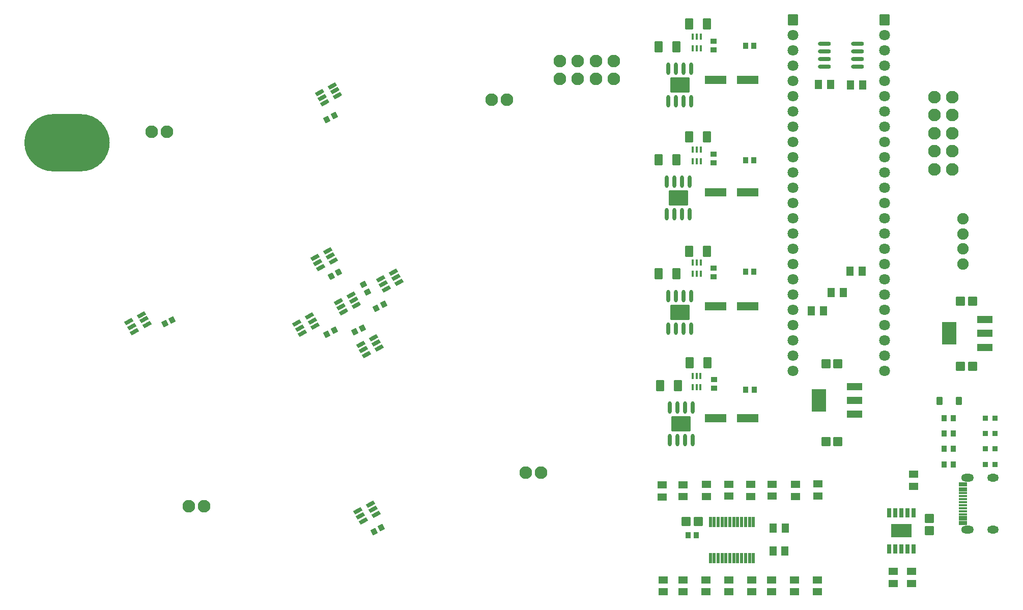
<source format=gts>
G04 Layer: TopSolderMaskLayer*
G04 EasyEDA Pro v2.2.35.2, 2025-02-07 11:44:48*
G04 Gerber Generator version 0.3*
G04 Scale: 100 percent, Rotated: No, Reflected: No*
G04 Dimensions in millimeters*
G04 Leading zeros omitted, absolute positions, 4 integers and 5 decimals*
%FSLAX45Y45*%
%MOMM*%
%AMRoundRect*1,1,$1,$2,$3*1,1,$1,$4,$5*1,1,$1,0-$2,0-$3*1,1,$1,0-$4,0-$5*20,1,$1,$2,$3,$4,$5,0*20,1,$1,$4,$5,0-$2,0-$3,0*20,1,$1,0-$2,0-$3,0-$4,0-$5,0*20,1,$1,0-$4,0-$5,$2,$3,0*4,1,4,$2,$3,$4,$5,0-$2,0-$3,0-$4,0-$5,$2,$3,0*%
%ADD10RoundRect,0.09495X0.70833X-0.67833X-0.70833X-0.67833*%
%ADD11RoundRect,0.09495X-0.70833X0.67833X0.70833X0.67833*%
%ADD12RoundRect,0.09131X0.40514X-0.45514X-0.40514X-0.45514*%
%ADD13RoundRect,0.09131X-0.5725X0.20867X0.14094X0.59282*%
%ADD14RoundRect,0.09131X0.5708X-0.21326X-0.1457X-0.59167*%
%ADD15RoundRect,0.0927X0.57391X-0.20477X-0.1369X-0.59376*%
%ADD16RoundRect,0.09131X0.57391X-0.20477X-0.1369X-0.59376*%
%ADD17RoundRect,0.09131X-0.56594X0.22586X0.15877X0.58829*%
%ADD18RoundRect,0.09131X0.57344X-0.20607X-0.13825X-0.59345*%
%ADD19RoundRect,0.09131X0.57518X-0.20116X-0.13317X-0.59461*%
%ADD20RoundRect,0.09131X0.56594X-0.22586X-0.15877X-0.58829*%
%ADD21RoundRect,0.09131X-0.20306X-0.57451X-0.59417X0.13514*%
%ADD22RoundRect,0.09131X-0.40514X0.45514X0.40514X0.45514*%
%ADD23RoundRect,0.09131X0.45514X0.40514X0.45514X-0.40514*%
%ADD24C,2.102*%
%ADD25RoundRect,0.09164X-0.40518X-0.40518X-0.40518X0.40518*%
%ADD26RoundRect,0.09387X-0.69237X-0.57013X-0.69237X0.57013*%
%ADD27RoundRect,0.09138X-0.40835X0.43712X0.40835X0.43712*%
%ADD28RoundRect,0.09387X0.69237X0.57013X0.69237X-0.57013*%
%ADD29RoundRect,0.09387X-0.57013X0.69237X0.57013X0.69237*%
%ADD30RoundRect,0.09428X-0.60742X0.85416X0.60742X0.85416*%
%ADD31RoundRect,0.09138X0.40835X-0.43712X-0.40835X-0.43712*%
%ADD32RoundRect,0.09387X0.57013X-0.69237X-0.57013X-0.69237*%
%ADD33RoundRect,0.09368X-1.25396X0.55396X1.25396X0.55396*%
%ADD34RoundRect,0.09754X-1.17203X1.80203X1.17203X1.80203*%
%ADD35RoundRect,0.08752X0.30625X0.75625X0.30625X-0.75625*%
%ADD36RoundRect,0.09568X-1.65217X1.05217X1.65217X1.05217*%
%ADD37C,1.8016*%
%ADD38RoundRect,0.09562X0.76499X0.85299X0.76499X-0.85299*%
%ADD39RoundRect,0.08449X-0.20856X0.83356X0.20856X0.83356*%
%ADD40RoundRect,0.0879X-0.71248X-0.05714X0.44949X0.55575*%
%ADD41C,1.9016*%
%ADD42O,0.70361X2.04259*%
%ADD43RoundRect,0.09765X-1.55098X1.20698X1.55098X1.20698*%
%ADD44RoundRect,0.09233X0.45964X-0.61463X-0.45964X-0.61463*%
%ADD45O,2.1466X0.68961*%
%ADD46C,2.1016*%
%ADD47RoundRect,0.09495X0.67833X0.70833X0.67833X-0.70833*%
%ADD48RoundRect,0.0879X-0.71108X-0.07255X0.43735X0.56535*%
%ADD49RoundRect,0.0879X-0.71215X-0.06112X0.44638X0.55825*%
%ADD50RoundRect,0.0879X-0.7125X-0.0569X0.44968X0.55559*%
%ADD51RoundRect,0.08168X0.16747X0.43046X0.16747X-0.43046*%
%ADD52RoundRect,0.09459X-1.7537X0.6037X1.7537X0.6037*%
%ADD53RoundRect,0.08109X-0.66026X-0.16026X-0.66026X0.16026*%
%ADD54RoundRect,0.08449X-0.65856X-0.20856X-0.65856X0.20856*%
%ADD55O,1.902X1.302*%
%ADD56O,2.102X1.302*%
G75*


G04 Rect Start*
G36*
G01X111296Y8153926D02*
G01X578908Y8153926D01*
G02X1055158Y7677676I0J-476250D01*
G02X578908Y7201426I-476250J0D01*
G01X111296Y7201426D01*
G02X-364954Y7677676I0J476250D01*
G02X111296Y8153926I476250J0D01*
G37*
G04 Rect End*

G04 Pad Start*
G54D10*
G01X15210427Y5039969D03*
G01X15410426Y5039969D03*
G54D11*
G01X15406262Y3960948D03*
G01X15206262Y3960948D03*
G54D10*
G01X12969592Y3996862D03*
G01X13169591Y3996862D03*
G54D11*
G01X13169591Y2701463D03*
G01X12969592Y2701463D03*
G54D12*
G01X10674198Y1143000D03*
G01X10814202Y1143000D03*
G54D11*
G01X10844200Y1371600D03*
G01X10644200Y1371600D03*
G54D13*
G01X4792141Y4557441D03*
G01X4668871Y4491065D03*
G54D14*
G01X5134660Y4529568D03*
G01X5258458Y4594955D03*
G54D16*
G01X5452044Y1202858D03*
G01X5574865Y1270062D03*
G54D17*
G01X2094612Y4730306D03*
G01X1969388Y4667694D03*
G54D18*
G01X4666278Y8060336D03*
G01X4789244Y8127273D03*
G54D19*
G01X4739407Y5452404D03*
G01X4861793Y5520396D03*
G54D20*
G01X5489317Y4924823D03*
G01X5614541Y4987435D03*
G54D21*
G01X5274807Y5319105D03*
G01X5342393Y5196495D03*
G54D22*
G01X11770002Y7388361D03*
G01X11629998Y7388361D03*
G01X11774582Y3567438D03*
G01X11634577Y3567438D03*
G54D23*
G01X11099800Y7346798D03*
G01X11099800Y7486802D03*
G01X11110221Y3594110D03*
G01X11110221Y3734115D03*
G54D24*
G01X9441561Y9039987D03*
G01X9441561Y8740013D03*
G01X9141587Y9039987D03*
G01X9141587Y8740013D03*
G01X8841613Y9039987D03*
G01X8841613Y8740013D03*
G01X8541639Y9039987D03*
G01X8541639Y8740013D03*
G54D25*
G01X15622118Y2325740D03*
G01X15782011Y2326426D03*
G01X15623827Y3091911D03*
G01X15783720Y3092597D03*
G01X15624572Y2835766D03*
G01X15784465Y2836452D03*
G54D26*
G01X10243859Y1982242D03*
G01X10243859Y1782243D03*
G01X10595763Y1987342D03*
G01X10595763Y1787343D03*
G54D27*
G01X15087524Y2583299D03*
G01X14936851Y2583299D03*
G01X15088045Y2323476D03*
G01X14937372Y2323476D03*
G54D28*
G01X10261600Y204800D03*
G01X10261600Y404800D03*
G01X10591800Y204800D03*
G01X10591800Y404800D03*
G01X10972800Y204800D03*
G01X10972800Y404800D03*
G01X11353800Y204800D03*
G01X11353800Y404800D03*
G01X11734800Y204800D03*
G01X11734800Y404800D03*
G01X12065000Y204800D03*
G01X12065000Y404800D03*
G01X12446000Y204800D03*
G01X12446000Y404800D03*
G01X12827000Y204800D03*
G01X12827000Y404800D03*
G54D29*
G01X12286984Y882629D03*
G01X12086984Y882629D03*
G01X12292084Y1265134D03*
G01X12092084Y1265134D03*
G54D26*
G01X12834692Y1997542D03*
G01X12834692Y1797543D03*
G01X12463357Y1992019D03*
G01X12463357Y1792019D03*
G01X12076490Y1994928D03*
G01X12076490Y1794928D03*
G01X11717778Y1992442D03*
G01X11717778Y1792443D03*
G01X11352381Y1994052D03*
G01X11352381Y1794053D03*
G01X10983368Y1992442D03*
G01X10983368Y1792443D03*
G54D30*
G01X10479817Y7392702D03*
G01X10184059Y7392702D03*
G01X10511079Y3632200D03*
G01X10215321Y3632200D03*
G54D28*
G01X14391098Y343248D03*
G01X14391098Y543248D03*
G54D26*
G01X14425081Y2162896D03*
G01X14425081Y1962897D03*
G54D31*
G01X14936316Y3093643D03*
G01X15086989Y3093643D03*
G54D28*
G01X14086298Y343248D03*
G01X14086298Y543248D03*
G54D31*
G01X14936592Y2837390D03*
G01X15087264Y2837390D03*
G54D32*
G01X12726349Y4876800D03*
G01X12926349Y4876800D03*
G01X13056549Y5181600D03*
G01X13256549Y5181600D03*
G01X13370175Y5537200D03*
G01X13570175Y5537200D03*
G54D30*
G01X10993679Y7772400D03*
G01X10697921Y7772400D03*
G01X10998239Y4014502D03*
G01X10702481Y4014502D03*
G54D29*
G01X13578003Y8642889D03*
G01X13378003Y8642889D03*
G01X13046262Y8645028D03*
G01X12846262Y8645028D03*
G54D33*
G01X15614015Y4273639D03*
G01X15614015Y4503636D03*
G01X15614015Y4733633D03*
G54D34*
G01X15020023Y4503636D03*
G54D33*
G01X13442786Y3157265D03*
G01X13442786Y3387262D03*
G01X13442786Y3617259D03*
G54D34*
G01X12848794Y3387262D03*
G54D35*
G01X14423992Y919213D03*
G01X14323992Y919188D03*
G01X14223992Y919188D03*
G01X14123993Y919188D03*
G01X14023993Y919213D03*
G01X14023993Y1519212D03*
G01X14123993Y1519212D03*
G01X14223992Y1519212D03*
G01X14323992Y1519212D03*
G01X14423992Y1519212D03*
G54D36*
G01X14223992Y1219187D03*
G54D37*
G01X12416691Y3880338D03*
G01X12416691Y4134338D03*
G01X12416691Y4388338D03*
G01X12416691Y4642338D03*
G01X12416691Y4896338D03*
G01X12416691Y5150338D03*
G01X12416691Y5404338D03*
G01X12416691Y5658338D03*
G01X12416691Y5912338D03*
G01X12416691Y6166338D03*
G01X12416691Y6420338D03*
G01X12416691Y6674338D03*
G01X12416691Y6928338D03*
G01X12416691Y7182338D03*
G01X12416691Y7436338D03*
G01X12416691Y7690338D03*
G01X12416691Y7944338D03*
G01X12416691Y8198338D03*
G01X12416691Y8452338D03*
G01X12416691Y8706338D03*
G01X12416691Y8960338D03*
G01X12416691Y9214338D03*
G01X12416691Y9468338D03*
G54D38*
G01X12416691Y9722338D03*
G54D37*
G01X13947207Y3880338D03*
G01X13947207Y4134338D03*
G01X13947207Y4388338D03*
G01X13947207Y4642338D03*
G01X13947207Y4896338D03*
G01X13947207Y5150338D03*
G01X13947207Y5404338D03*
G01X13947207Y5658338D03*
G01X13947207Y5912338D03*
G01X13947207Y6166338D03*
G01X13947207Y6420338D03*
G01X13947207Y6674338D03*
G01X13947207Y6928338D03*
G01X13947207Y7182338D03*
G01X13947207Y7436338D03*
G01X13947207Y7690338D03*
G01X13947207Y7944338D03*
G01X13947207Y8198338D03*
G01X13947207Y8452338D03*
G01X13947207Y8706338D03*
G01X13947207Y8960338D03*
G01X13947207Y9214338D03*
G01X13947207Y9468338D03*
G54D38*
G01X13947207Y9722338D03*
G54D39*
G01X11372113Y764540D03*
G01X11307115Y764540D03*
G01X11242116Y764540D03*
G01X11177118Y764540D03*
G01X11112119Y764540D03*
G01X11047120Y764540D03*
G01X11437087Y764540D03*
G01X11762080Y764540D03*
G01X11697106Y764540D03*
G01X11632108Y764540D03*
G01X11567109Y764540D03*
G01X11502111Y764540D03*
G01X11307115Y1369060D03*
G01X11242116Y1369060D03*
G01X11177118Y1369060D03*
G01X11112119Y1369060D03*
G01X11047120Y1369060D03*
G01X11372113Y1369060D03*
G01X11762080Y1369060D03*
G01X11697106Y1369060D03*
G01X11632108Y1369060D03*
G01X11567109Y1369060D03*
G01X11502111Y1369060D03*
G01X11437087Y1369060D03*
G54D40*
G01X5234610Y4320777D03*
G01X5278939Y4236752D03*
G01X5323267Y4152727D03*
G01X5534442Y4264134D03*
G01X5490661Y4348448D03*
G01X5445785Y4432184D03*
G01X5183810Y1552177D03*
G01X5228139Y1468152D03*
G01X5272467Y1384127D03*
G01X5483642Y1495534D03*
G01X5439861Y1579848D03*
G01X5394985Y1663584D03*
G54D41*
G01X15250807Y6409788D03*
G01X15250807Y6159598D03*
G01X15250807Y5909662D03*
G01X15250807Y5659726D03*
G54D40*
G01X4472610Y5768577D03*
G01X4516939Y5684552D03*
G01X4561267Y5600527D03*
G01X4772442Y5711934D03*
G01X4728661Y5796248D03*
G01X4683785Y5879984D03*
G01X5564810Y5412977D03*
G01X5609139Y5328952D03*
G01X5653467Y5244927D03*
G01X5864642Y5356334D03*
G01X5820861Y5440648D03*
G01X5775985Y5524384D03*
G54D42*
G01X10325100Y6484341D03*
G01X10452100Y6484341D03*
G01X10579100Y6484341D03*
G01X10706100Y6484341D03*
G01X10325100Y7028459D03*
G01X10452100Y7028459D03*
G01X10579100Y7028459D03*
G01X10706100Y7028459D03*
G54D43*
G01X10515600Y6756400D03*
G54D42*
G01X10368085Y2726443D03*
G01X10495085Y2726443D03*
G01X10622085Y2726443D03*
G01X10749085Y2726443D03*
G01X10368085Y3270561D03*
G01X10495085Y3270561D03*
G01X10622085Y3270561D03*
G01X10749085Y3270561D03*
G54D43*
G01X10558585Y2998502D03*
G54D44*
G01X14857043Y3381952D03*
G01X15184063Y3381952D03*
G54D45*
G01X12943753Y9325108D03*
G01X12943753Y9198108D03*
G01X12943753Y9071108D03*
G01X12943753Y8944108D03*
G01X13498235Y9325108D03*
G01X13498235Y9198108D03*
G01X13498235Y9071108D03*
G01X13498235Y8944108D03*
G54D46*
G01X7661302Y8396614D03*
G01X7407302Y8396614D03*
G01X2006508Y7864119D03*
G01X1752508Y7864119D03*
G01X7972942Y2190453D03*
G01X8226942Y2190453D03*
G01X2368295Y1630161D03*
G01X2622295Y1630161D03*
G54D42*
G01X10349849Y4583248D03*
G01X10476849Y4583248D03*
G01X10603849Y4583248D03*
G01X10730849Y4583248D03*
G01X10349849Y5127367D03*
G01X10476849Y5127367D03*
G01X10603849Y5127367D03*
G01X10730849Y5127367D03*
G54D43*
G01X10540349Y4855307D03*
G54D30*
G01X10485028Y5496169D03*
G01X10189270Y5496169D03*
G54D22*
G01X11770002Y5529717D03*
G01X11629998Y5529717D03*
G01X11770002Y9287113D03*
G01X11629998Y9287113D03*
G54D23*
G01X11099800Y9226398D03*
G01X11099800Y9366402D03*
G01X11099149Y5450265D03*
G01X11099149Y5590269D03*
G54D47*
G01X14691500Y1222048D03*
G01X14691500Y1422048D03*
G54D24*
G01X15073857Y7537415D03*
G01X14773883Y7537415D03*
G01X15073857Y7837389D03*
G01X14773883Y7837389D03*
G01X15073857Y8137363D03*
G01X14773883Y8137363D03*
G01X15073857Y8437337D03*
G01X14773883Y8437337D03*
G01X15073857Y7237441D03*
G01X14773883Y7237187D03*
G54D25*
G01X15625334Y2582305D03*
G01X15785227Y2582991D03*
G54D30*
G01X10485679Y9271000D03*
G01X10189921Y9271000D03*
G01X10993679Y9652000D03*
G01X10697921Y9652000D03*
G01X10993028Y5870656D03*
G01X10697270Y5870656D03*
G54D42*
G01X10350500Y8363941D03*
G01X10477500Y8363941D03*
G01X10604500Y8363941D03*
G01X10731500Y8363941D03*
G01X10350500Y8908059D03*
G01X10477500Y8908059D03*
G01X10604500Y8908059D03*
G01X10731500Y8908059D03*
G54D43*
G01X10541000Y8636000D03*
G54D48*
G01X1373236Y4698519D03*
G01X1419372Y4615473D03*
G01X1465509Y4532428D03*
G01X1674223Y4648380D03*
G01X1628628Y4731727D03*
G01X1581949Y4814471D03*
G54D49*
G01X4169415Y4678618D03*
G01X4214200Y4594836D03*
G01X4258986Y4511054D03*
G01X4469550Y4623610D03*
G01X4425311Y4707684D03*
G01X4379980Y4791175D03*
G54D50*
G01X4546983Y8514749D03*
G01X4591276Y8430706D03*
G01X4635569Y8346662D03*
G01X4846790Y8457981D03*
G01X4803046Y8542314D03*
G01X4758204Y8626068D03*
G01X4858087Y5031404D03*
G01X4902380Y4947361D03*
G01X4946673Y4863317D03*
G01X5157894Y4974636D03*
G01X5114150Y5058969D03*
G01X5069308Y5142723D03*
G54D51*
G01X10755401Y7373043D03*
G01X10820400Y7373043D03*
G01X10885399Y7373043D03*
G01X10885399Y7562157D03*
G01X10820400Y7562157D03*
G01X10755401Y7562157D03*
G01X10755401Y9252643D03*
G01X10820400Y9252643D03*
G01X10885399Y9252643D03*
G01X10885399Y9441757D03*
G01X10820400Y9441757D03*
G01X10755401Y9441757D03*
G01X10754750Y5497351D03*
G01X10819749Y5497351D03*
G01X10884748Y5497351D03*
G01X10884748Y5686464D03*
G01X10819749Y5686464D03*
G01X10754750Y5686464D03*
G01X10753448Y3608633D03*
G01X10818447Y3608633D03*
G01X10883446Y3608633D03*
G01X10883446Y3797746D03*
G01X10818447Y3797746D03*
G01X10753448Y3797746D03*
G54D52*
G01X11666987Y6854271D03*
G01X11133003Y6854271D03*
G01X11666987Y8726500D03*
G01X11133003Y8726500D03*
G01X11666987Y4954755D03*
G01X11133003Y4954755D03*
G01X11666987Y3089478D03*
G01X11133003Y3089478D03*
G54D53*
G01X15251222Y1495432D03*
G01X15251222Y1545445D03*
G01X15251222Y1595432D03*
G01X15251222Y1645445D03*
G01X15251222Y1695432D03*
G01X15251222Y1745445D03*
G01X15251222Y1795406D03*
G01X15251222Y1845444D03*
G01X15251222Y1335438D03*
G01X15251222Y1365435D03*
G54D54*
G01X15251222Y1420438D03*
G01X15251222Y1440438D03*
G01X15251222Y1900438D03*
G01X15251222Y1920438D03*
G54D53*
G01X15251222Y1975442D03*
G01X15251222Y2005439D03*
G54D55*
G01X15746048Y2102950D03*
G54D56*
G01X15328057Y2102950D03*
G01X15328057Y1237927D03*
G54D55*
G01X15746048Y1237927D03*
G04 Pad End*

M02*


</source>
